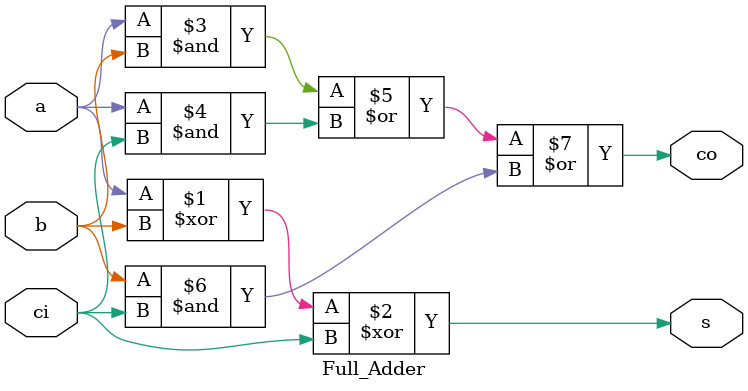
<source format=v>
/*--  *******************************************************
--  Computer Architecture Course, Laboratory Sources 
--  Amirkabir University of Technology (Tehran Polytechnic)
--  Department of Computer Engineering (CE-AUT)
--  https://ce[dot]aut[dot]ac[dot]ir
--  *******************************************************
--  All Rights reserved (C) 2019-2020
--  *******************************************************
--  Student ID  : 9831068
--  Student Name: Farshid Nooshi
--  Student Mail: farshidnooshi726@aut.at.ir
--  *******************************************************
--  Student ID  : 9831066
--  Student Name: Mohammad Mahdi Nemati Haravani
--  Student Mail: adel110@aut.at.ir
--  *******************************************************
--  Additional Comments: lab number 8 Group 6
--
--*/

/*-----------------------------------------------------------
---  Module Name: Temperature Calculator Utils
---  Description: Module1:
-----------------------------------------------------------*/
`timescale 1 ns/1 ns

/***********************************************************/
/************** Design Your Own Modules Below **************/

module Full_Adder(
		input a ,
		input b ,
		input ci ,
		output s ,
		output co
	);
	
	assign s = a ^ b ^ ci;
	assign co = a & b | a & ci | b & ci ;

endmodule
	
/************** Design Your Own Modules Above **************/
/***********************************************************/

</source>
